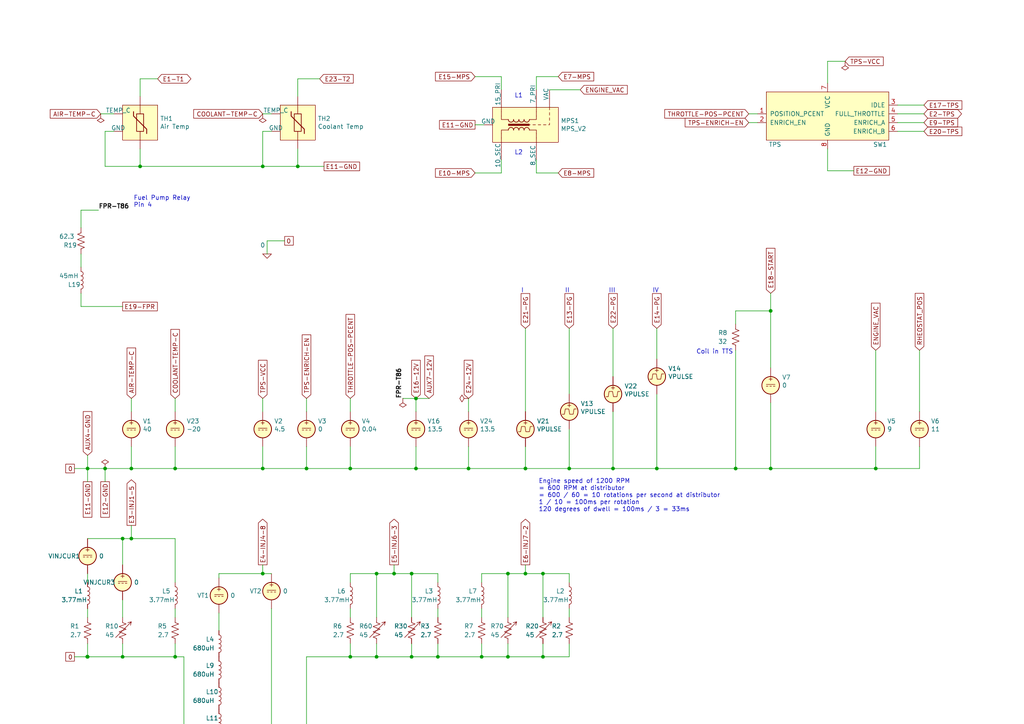
<source format=kicad_sch>
(kicad_sch (version 20211123) (generator eeschema)
  (paper "A4")
  (title_block (title "Bosch D-Jetronic ECU 0 280 002 005") (date "2022-03-13") (rev "1.09") (company "Mercedes-Benz") (comment 1 "M117.982 Engine") (comment 2 "Bosch Order # 0 280 002 005") (comment 3 "Mercedes-Benz Part # A 000 545 26 32") (comment 4 "Simulation with ngspice"))
  (lib_symbols
    (symbol "Bosch-ECU-0-280-002-005-rescue:D-JetThermistor-BritishIdeas" (pin_numbers hide) (pin_names (offset 0))
      (property "Reference" "TH" (at 6.35 0 0))
      (property "Value" "Bosch-ECU-0-280-002-005-rescue_D-JetThermistor-BritishIdeas" (at 0 -13.97 0))
      (symbol "D-JetThermistor-BritishIdeas_0_1"
        (rectangle (start -5.08 5.08) (end 5.08 -5.08) (fill (type background)))
        (rectangle (start -1.016 2.54) (end 1.016 -2.54) (stroke (width 0.2032)))
        (polyline (pts (xy 0 -2.54) (xy 0 -5.08)))
        (polyline (pts (xy 0 5.08) (xy 0 2.54)))
        (polyline (pts (xy -1.905 3.175) (xy -1.905 1.905) (xy 1.905 -1.905) (xy 1.905 -3.175) (xy 1.905 -3.175)) (stroke (width 0.254)))
      )
      (symbol "D-JetThermistor-BritishIdeas_1_1"
        (pin passive line (at 0 7.62 270) (length 2.54) (name "~") (number "1"))
        (pin passive line (at 0 -7.62 90) (length 2.54) (name "~") (number "2"))
        (pin power_in line (at -7.62 2.54 0) (length 2.54) (name "TEMP_C") (number "3"))
        (pin power_in line (at -7.62 -2.54 0) (length 2.54) (name "GND") (number "4"))
      )
    )
    (symbol "Bosch-ECU-0-280-002-005-rescue:MPS_V2-BritishIdeas" (pin_numbers hide) (pin_names (offset 0))
      (property "Reference" "MPS" (at 3.81 12.7 0))
      (property "Value" "Bosch-ECU-0-280-002-005-rescue_MPS_V2-BritishIdeas" (at -3.81 12.7 0))
      (symbol "MPS_V2-BritishIdeas_0_1"
        (rectangle (start -5.08 11.43) (end 5.08 -7.62) (fill (type background)))
        (arc (start -1.524 -3.048) (mid -0.762 -2.286) (end -1.524 -1.524) (stroke (width 0.2032)))
        (arc (start -1.524 -1.524) (mid -0.762 -0.762) (end -1.524 0) (stroke (width 0.2032)))
        (arc (start -1.524 0) (mid -0.762 0.762) (end -1.524 1.524) (stroke (width 0.2032)))
        (arc (start -1.524 1.524) (mid -0.762 2.286) (end -1.524 3.048) (stroke (width 0.2032)))
        (rectangle (start -0.254 3.048) (end 0.254 -3.048) (stroke (width 0.0254)) (fill (type outline)))
        (polyline (pts (xy -7.62 5.08) (xy -3.81 5.08)))
        (polyline (pts (xy -7.62 8.89) (xy -5.08 8.89)))
        (polyline (pts (xy -5.08 8.89) (xy -4.318 8.89)))
        (polyline (pts (xy -3.81 -5.08) (xy -7.62 -5.08)))
        (polyline (pts (xy -3.81 -5.08) (xy -2.54 -5.08)))
        (polyline (pts (xy -3.81 5.08) (xy -2.54 5.08)))
        (polyline (pts (xy -3.556 8.89) (xy -2.794 8.89)))
        (polyline (pts (xy -2.032 8.89) (xy -1.27 8.89)))
        (polyline (pts (xy 0 3.302) (xy 0 3.048)))
        (polyline (pts (xy 0 4.826) (xy 0 4.064)))
        (polyline (pts (xy 0 6.35) (xy 0 5.588)))
        (polyline (pts (xy 0 7.874) (xy 0 7.112)))
        (polyline (pts (xy 2.54 -5.08) (xy 3.81 -5.08)))
        (polyline (pts (xy 2.54 5.08) (xy 3.81 5.08)))
        (polyline (pts (xy 3.81 5.08) (xy 7.62 5.08)))
        (polyline (pts (xy 7.62 -5.08) (xy 3.81 -5.08)))
        (polyline (pts (xy -0.508 8.89) (xy 0 8.89) (xy 0 8.636)))
        (polyline (pts (xy -2.54 5.08) (xy -1.524 5.08) (xy -1.524 3.048) (xy -1.524 3.048)) (stroke (width 0.1524)))
        (polyline (pts (xy -1.524 -3.048) (xy -1.524 -5.08) (xy -2.54 -5.08) (xy -2.54 -5.08)) (stroke (width 0.1524)))
        (polyline (pts (xy 1.524 3.048) (xy 1.524 5.08) (xy 2.54 5.08) (xy 2.54 5.08)) (stroke (width 0.1524)))
        (polyline (pts (xy 2.54 -5.08) (xy 1.524 -5.08) (xy 1.524 -3.048) (xy 1.524 -3.048)) (stroke (width 0.1524)))
        (arc (start 1.524 -1.524) (mid 0.762 -2.286) (end 1.524 -3.048) (stroke (width 0.2032)))
        (arc (start 1.524 0) (mid 0.762 -0.762) (end 1.524 -1.524) (stroke (width 0.2032)))
        (arc (start 1.524 1.524) (mid 0.762 0.762) (end 1.524 0) (stroke (width 0.2032)))
        (arc (start 1.524 3.048) (mid 0.762 2.286) (end 1.524 1.524) (stroke (width 0.2032)))
      )
      (symbol "MPS_V2-BritishIdeas_1_1"
        (pin passive line (at -10.16 5.08 0) (length 2.54) (name "7_PRI") (number "1"))
        (pin passive line (at -10.16 -5.08 0) (length 2.54) (name "15_PRI") (number "2"))
        (pin passive line (at 10.16 5.08 180) (length 2.54) (name "8_SEC") (number "3"))
        (pin passive line (at 10.16 -5.08 180) (length 2.54) (name "10_SEC") (number "4"))
        (pin input line (at -10.16 8.89 0) (length 2.54) (name "VAC") (number "5"))
        (pin power_in line (at 0 -10.16 90) (length 2.54) (name "GND") (number "6"))
      )
    )
    (symbol "Bosch-ECU-0-280-002-005-rescue:TPS-BritishIdeas" (pin_names (offset 1.016))
      (property "Reference" "SW" (at 2.54 -1.27 0))
      (property "Value" "Bosch-ECU-0-280-002-005-rescue_TPS-BritishIdeas" (at 2.54 15.24 0))
      (symbol "TPS-BritishIdeas_0_1"
        (rectangle (start 35.56 0) (end 0 13.97) (fill (type background)))
      )
      (symbol "TPS-BritishIdeas_1_1"
        (pin input line (at -2.54 7.62 0) (length 2.54) (name "POSITION_PCENT") (number "1"))
        (pin input line (at -2.54 5.08 0) (length 2.54) (name "ENRICH_EN") (number "2"))
        (pin output line (at 38.1 10.16 180) (length 2.54) (name "IDLE") (number "3"))
        (pin output line (at 38.1 7.62 180) (length 2.54) (name "FULL_THROTTLE") (number "4"))
        (pin output line (at 38.1 5.08 180) (length 2.54) (name "ENRICH_A") (number "5"))
        (pin output line (at 38.1 2.54 180) (length 2.54) (name "ENRICH_B") (number "6"))
        (pin power_in line (at 17.78 16.51 270) (length 2.54) (name "VCC") (number "7"))
        (pin power_in line (at 17.78 -2.54 90) (length 2.54) (name "GND") (number "8"))
      )
    )
    (symbol "Device:L" (pin_numbers hide) (pin_names (offset 1.016) hide)
      (property "Reference" "L" (at -1.27 0 90))
      (property "Value" "L" (at 1.905 0 90))
      (symbol "L_0_1"
        (arc (start 0 -2.54) (mid 0.635 -1.905) (end 0 -1.27))
        (arc (start 0 -1.27) (mid 0.635 -0.635) (end 0 0))
        (arc (start 0 0) (mid 0.635 0.635) (end 0 1.27))
        (arc (start 0 1.27) (mid 0.635 1.905) (end 0 2.54))
      )
      (symbol "L_1_1"
        (pin passive line (at 0 3.81 270) (length 1.27) (name "1") (number "1"))
        (pin passive line (at 0 -3.81 90) (length 1.27) (name "2") (number "2"))
      )
    )
    (symbol "Device:R_US" (pin_numbers hide) (pin_names (offset 0))
      (property "Reference" "R" (at 2.54 0 90))
      (property "Value" "R_US" (at -2.54 0 90))
      (symbol "R_US_0_1"
        (polyline (pts (xy 0 -2.286) (xy 0 -2.54)))
        (polyline (pts (xy 0 2.286) (xy 0 2.54)))
        (polyline (pts (xy 0 -0.762) (xy 1.016 -1.143) (xy 0 -1.524) (xy -1.016 -1.905) (xy 0 -2.286)))
        (polyline (pts (xy 0 0.762) (xy 1.016 0.381) (xy 0 0) (xy -1.016 -0.381) (xy 0 -0.762)))
        (polyline (pts (xy 0 2.286) (xy 1.016 1.905) (xy 0 1.524) (xy -1.016 1.143) (xy 0 0.762)))
      )
      (symbol "R_US_1_1"
        (pin passive line (at 0 3.81 270) (length 1.27) (name "~") (number "1"))
        (pin passive line (at 0 -3.81 90) (length 1.27) (name "~") (number "2"))
      )
    )
    (symbol "Device:R_Variable_US" (pin_numbers hide) (pin_names (offset 0))
      (property "Reference" "R" (at 2.54 -2.54 90))
      (property "Value" "R_Variable_US" (at -2.54 -1.27 90))
      (symbol "R_Variable_US_0_1"
        (polyline (pts (xy 0 -2.286) (xy 0 -2.54)))
        (polyline (pts (xy 0 2.286) (xy 0 2.54)))
        (polyline (pts (xy 0 -0.762) (xy 1.016 -1.143) (xy 0 -1.524) (xy -1.016 -1.905) (xy 0 -2.286)))
        (polyline (pts (xy 0 0.762) (xy 1.016 0.381) (xy 0 0) (xy -1.016 -0.381) (xy 0 -0.762)))
        (polyline (pts (xy 0 2.286) (xy 1.016 1.905) (xy 0 1.524) (xy -1.016 1.143) (xy 0 0.762)) (stroke (width 0.1524)))
        (polyline (pts (xy 2.286 1.524) (xy 2.54 2.54) (xy 1.524 2.286) (xy 2.54 2.54) (xy -2.032 -2.032)) (stroke (width 0.1524)))
      )
      (symbol "R_Variable_US_1_1"
        (pin passive line (at 0 3.81 270) (length 1.27) (name "~") (number "1"))
        (pin passive line (at 0 -3.81 90) (length 1.27) (name "~") (number "2"))
      )
    )
    (symbol "Simulation_SPICE:VDC" (pin_numbers hide) (pin_names (offset 0.0254))
      (property "Reference" "V" (at 2.54 2.54 0))
      (property "Value" "VDC" (at 2.54 0 0))
      (property "Spice_Model" "dc(1)" (at 2.54 -2.54 0))
      (symbol "VDC_0_0"
        (polyline (pts (xy -1.27 0.254) (xy 1.27 0.254)))
        (polyline (pts (xy -0.762 -0.254) (xy -1.27 -0.254)))
        (polyline (pts (xy 0.254 -0.254) (xy -0.254 -0.254)))
        (polyline (pts (xy 1.27 -0.254) (xy 0.762 -0.254)))
        (text "+" (at 0 1.905 0) (effects (font (size 1.27 1.27))))
      )
      (symbol "VDC_0_1"
        (circle (center 0 0) (radius 2.54) (stroke (width 0.254)) (fill (type background)))
      )
      (symbol "VDC_1_1"
        (pin passive line (at 0 5.08 270) (length 2.54) (name "~") (number "1"))
        (pin passive line (at 0 -5.08 90) (length 2.54) (name "~") (number "2"))
      )
    )
    (symbol "Simulation_SPICE:VPULSE" (pin_numbers hide) (pin_names (offset 0.0254))
      (property "Reference" "V" (at 2.54 2.54 0))
      (property "Value" "VPULSE" (at 2.54 0 0))
      (property "Spice_Model" "pulse(0 1 2n 2n 2n 50n 100n)" (at 2.54 -2.54 0))
      (symbol "VPULSE_0_0"
        (polyline (pts (xy -2.032 -0.762) (xy -1.397 -0.762) (xy -1.143 0.762) (xy -0.127 0.762) (xy 0.127 -0.762) (xy 1.143 -0.762) (xy 1.397 0.762) (xy 2.032 0.762)))
        (text "+" (at 0 1.905 0) (effects (font (size 1.27 1.27))))
      )
      (symbol "VPULSE_0_1"
        (circle (center 0 0) (radius 2.54) (stroke (width 0.254)) (fill (type background)))
      )
      (symbol "VPULSE_1_1"
        (pin passive line (at 0 5.08 270) (length 2.54) (name "~") (number "1"))
        (pin passive line (at 0 -5.08 90) (length 2.54) (name "~") (number "2"))
      )
    )
    (symbol "power:PWR_FLAG" (power) (pin_numbers hide) (pin_names (offset 0) hide)
      (property "Value" "PWR_FLAG" (at 0 3.81 0))
      (symbol "PWR_FLAG_0_0"
        (pin power_out line (at 0 0 90) (length 0) (name "pwr") (number "1"))
      )
      (symbol "PWR_FLAG_0_1"
        (polyline (pts (xy 0 0) (xy 0 1.27) (xy -1.016 1.905) (xy 0 2.54) (xy 1.016 1.905) (xy 0 1.27)))
      )
    )
    (symbol "pspice:0" (power) (pin_names (offset 0))
      (property "Value" "0" (at 0 -1.778 0))
      (symbol "0_0_1"
        (polyline (pts (xy -1.27 0) (xy 0 -1.27) (xy 1.27 0) (xy -1.27 0)))
      )
      (symbol "0_1_1"
        (pin power_in line (at 0 0 0) (length 0) hide (name "0") (number "1"))
      )
    )
  )
  (junction (at 35.56 156.21))
  (junction (at 101.6 190.5))
  (junction (at 63.5 226.06))
  (junction (at 38.1 135.89))
  (junction (at 127 190.5))
  (junction (at 109.22 166.37))
  (junction (at 76.2 166.37))
  (junction (at 25.3492 190.5))
  (junction (at 25.4 135.89))
  (junction (at 223.52 135.89))
  (junction (at 76.2 135.89))
  (junction (at 25.4 190.5))
  (junction (at 157.48 166.37))
  (junction (at 120.65 135.89))
  (junction (at 25.3492 190.4492))
  (junction (at 152.4 135.89))
  (junction (at 119.38 166.37))
  (junction (at 114.3 166.37))
  (junction (at 50.8 190.5))
  (junction (at 76.2 48.26))
  (junction (at 50.8 135.89))
  (junction (at 38.1 156.21))
  (junction (at 88.9 135.89))
  (junction (at 30.48 135.89))
  (junction (at 157.48 190.5))
  (junction (at 177.8 135.89))
  (junction (at 139.7 190.5))
  (junction (at 213.36 135.89))
  (junction (at 223.52 90.17))
  (junction (at 190.5 135.89))
  (junction (at 135.89 135.89))
  (junction (at 78.74 226.06))
  (junction (at 101.6 135.89))
  (junction (at 152.4 166.37))
  (junction (at 165.1 135.89))
  (junction (at 254 135.89))
  (junction (at 109.22 190.5))
  (junction (at 35.56 190.5))
  (junction (at 120.65 115.57))
  (junction (at 40.64 48.26))
  (junction (at 147.32 190.5))
  (junction (at 86.36 48.26))
  (junction (at 119.38 190.5))
  (junction (at 147.32 166.37))
  (wire (pts (xy 152.4 95.25) (xy 152.4 119.38)))
  (wire (pts (xy 213.36 135.89) (xy 190.5 135.89)))
  (wire (pts (xy 119.38 186.69) (xy 119.38 190.5)))
  (wire (pts (xy 38.1 135.89) (xy 30.48 135.89)))
  (wire (pts (xy 30.48 48.26) (xy 40.64 48.26)))
  (wire (pts (xy 86.36 22.86) (xy 86.36 27.94)))
  (wire (pts (xy 30.48 139.7) (xy 30.48 135.89)))
  (wire (pts (xy 152.4 129.54) (xy 152.4 135.89)))
  (wire (pts (xy 88.9 129.54) (xy 88.9 135.89)))
  (wire (pts (xy 152.4 135.89) (xy 165.1 135.89)))
  (wire (pts (xy 267.97 30.48) (xy 260.35 30.48)))
  (wire (pts (xy 76.2 115.57) (xy 76.2 119.38)))
  (wire (pts (xy 25.3492 190.5) (xy 25.4 190.5)))
  (wire (pts (xy 245.11 17.78) (xy 240.03 17.78)))
  (wire (pts (xy 101.6 190.5) (xy 88.9 190.5)))
  (wire (pts (xy 165.1 166.37) (xy 157.48 166.37)))
  (wire (pts (xy 40.64 22.86) (xy 45.72 22.86)))
  (wire (pts (xy 23.495 66.04) (xy 23.495 60.96)))
  (wire (pts (xy 50.8 135.89) (xy 38.1 135.89)))
  (wire (pts (xy 247.65 49.53) (xy 240.03 49.53)))
  (wire (pts (xy 101.6 190.5) (xy 109.22 190.5)))
  (wire (pts (xy 127 166.37) (xy 127 168.91)))
  (wire (pts (xy 165.1 168.91) (xy 165.1 166.37)))
  (wire (pts (xy 213.36 101.6) (xy 213.36 135.89)))
  (wire (pts (xy 109.22 190.5) (xy 119.38 190.5)))
  (wire (pts (xy 120.65 115.57) (xy 120.65 119.38)))
  (wire (pts (xy 63.5 226.06) (xy 63.5 220.98)))
  (wire (pts (xy 38.1 152.4) (xy 38.1 156.21)))
  (wire (pts (xy 139.7 166.37) (xy 147.32 166.37)))
  (wire (pts (xy 25.4 190.5) (xy 35.56 190.5)))
  (wire (pts (xy 23.495 88.9) (xy 23.495 85.09)))
  (wire (pts (xy 40.64 48.26) (xy 76.2 48.26)))
  (wire (pts (xy 35.56 186.69) (xy 35.56 190.5)))
  (wire (pts (xy 155.575 50.165) (xy 161.925 50.165)))
  (wire (pts (xy 168.275 26.035) (xy 159.385 26.035)))
  (wire (pts (xy 109.22 166.37) (xy 109.22 179.07)))
  (wire (pts (xy 119.38 190.5) (xy 127 190.5)))
  (wire (pts (xy 165.1 95.25) (xy 165.1 114.3)))
  (wire (pts (xy 53.34 190.5) (xy 53.34 226.06)))
  (wire (pts (xy 119.38 179.07) (xy 119.38 166.37)))
  (wire (pts (xy 50.8 156.21) (xy 50.8 168.91)))
  (wire (pts (xy 190.5 114.3) (xy 190.5 135.89)))
  (wire (pts (xy 63.5 166.37) (xy 63.5 167.64)))
  (wire (pts (xy 213.36 90.17) (xy 223.52 90.17)))
  (wire (pts (xy 76.2 33.02) (xy 78.74 33.02)))
  (wire (pts (xy 177.8 95.25) (xy 177.8 109.22)))
  (wire (pts (xy 50.8 129.54) (xy 50.8 135.89)))
  (wire (pts (xy 127 186.69) (xy 127 190.5)))
  (wire (pts (xy 165.1 179.07) (xy 165.1 176.53)))
  (wire (pts (xy 139.7 186.69) (xy 139.7 190.5)))
  (wire (pts (xy 145.415 26.035) (xy 145.415 22.225)))
  (wire (pts (xy 35.56 190.5) (xy 50.8 190.5)))
  (wire (pts (xy 88.9 115.57) (xy 88.9 119.38)))
  (wire (pts (xy 101.6 115.57) (xy 101.6 119.38)))
  (wire (pts (xy 101.6 186.69) (xy 101.6 190.5)))
  (wire (pts (xy 157.48 186.69) (xy 157.48 190.5)))
  (wire (pts (xy 38.1 115.57) (xy 38.1 119.38)))
  (wire (pts (xy 50.8 179.07) (xy 50.8 176.53)))
  (wire (pts (xy 120.65 115.57) (xy 124.46 115.57)))
  (wire (pts (xy 76.2 135.89) (xy 50.8 135.89)))
  (wire (pts (xy 223.52 116.84) (xy 223.52 135.89)))
  (wire (pts (xy 40.64 48.26) (xy 40.64 43.18)))
  (wire (pts (xy 135.89 129.54) (xy 135.89 135.89)))
  (wire (pts (xy 260.35 35.56) (xy 267.97 35.56)))
  (wire (pts (xy 88.9 190.5) (xy 88.9 226.06)))
  (wire (pts (xy 165.1 190.5) (xy 165.1 186.69)))
  (wire (pts (xy 21.59 135.89) (xy 25.4 135.89)))
  (wire (pts (xy 50.8 115.57) (xy 50.8 119.38)))
  (wire (pts (xy 63.5 166.37) (xy 76.2 166.37)))
  (wire (pts (xy 101.6 179.07) (xy 101.6 176.53)))
  (wire (pts (xy 157.48 166.37) (xy 152.4 166.37)))
  (wire (pts (xy 240.03 17.78) (xy 240.03 24.13)))
  (wire (pts (xy 152.4 163.83) (xy 152.4 166.37)))
  (wire (pts (xy 139.7 190.5) (xy 147.32 190.5)))
  (wire (pts (xy 139.7 176.53) (xy 139.7 179.07)))
  (wire (pts (xy 38.1 156.21) (xy 50.8 156.21)))
  (wire (pts (xy 33.02 38.1) (xy 30.48 38.1)))
  (wire (pts (xy 23.495 88.9) (xy 35.56 88.9)))
  (wire (pts (xy 78.74 38.1) (xy 76.2 38.1)))
  (wire (pts (xy 254 135.89) (xy 223.52 135.89)))
  (wire (pts (xy 101.6 166.37) (xy 109.22 166.37)))
  (wire (pts (xy 76.2 166.37) (xy 78.74 166.37)))
  (wire (pts (xy 109.22 186.69) (xy 109.22 190.5)))
  (wire (pts (xy 137.795 50.165) (xy 145.415 50.165)))
  (wire (pts (xy 63.5 226.06) (xy 78.74 226.06)))
  (wire (pts (xy 157.48 179.07) (xy 157.48 166.37)))
  (wire (pts (xy 35.56 156.21) (xy 38.1 156.21)))
  (wire (pts (xy 240.03 49.53) (xy 240.03 43.18)))
  (wire (pts (xy 50.8 186.69) (xy 50.8 190.5)))
  (wire (pts (xy 30.48 135.89) (xy 25.4 135.89)))
  (wire (pts (xy 177.8 119.38) (xy 177.8 135.89)))
  (wire (pts (xy 223.52 90.17) (xy 223.52 106.68)))
  (wire (pts (xy 86.36 43.18) (xy 86.36 48.26)))
  (wire (pts (xy 190.5 95.25) (xy 190.5 104.14)))
  (wire (pts (xy 217.17 35.56) (xy 219.71 35.56)))
  (wire (pts (xy 29.21 33.02) (xy 33.02 33.02)))
  (wire (pts (xy 137.795 22.225) (xy 145.415 22.225)))
  (wire (pts (xy 21.59 190.5) (xy 25.3492 190.5)))
  (wire (pts (xy 145.415 46.355) (xy 145.415 50.165)))
  (wire (pts (xy 25.4 168.91) (xy 25.4 166.37)))
  (wire (pts (xy 25.4 186.69) (xy 25.4 190.5)))
  (wire (pts (xy 213.36 93.98) (xy 213.36 90.17)))
  (wire (pts (xy 101.6 135.89) (xy 120.65 135.89)))
  (wire (pts (xy 266.7 101.6) (xy 266.7 119.38)))
  (wire (pts (xy 109.22 166.37) (xy 114.3 166.37)))
  (wire (pts (xy 127 190.5) (xy 139.7 190.5)))
  (wire (pts (xy 127 179.07) (xy 127 176.53)))
  (wire (pts (xy 119.38 166.37) (xy 127 166.37)))
  (wire (pts (xy 23.495 60.96) (xy 28.575 60.96)))
  (wire (pts (xy 266.7 129.54) (xy 266.7 135.89)))
  (wire (pts (xy 223.52 85.09) (xy 223.52 90.17)))
  (wire (pts (xy 266.7 135.89) (xy 254 135.89)))
  (wire (pts (xy 35.56 156.21) (xy 35.56 163.83)))
  (wire (pts (xy 155.575 22.225) (xy 161.925 22.225)))
  (wire (pts (xy 77.47 69.85) (xy 82.55 69.85)))
  (wire (pts (xy 114.3 163.83) (xy 114.3 166.37)))
  (wire (pts (xy 25.4 156.21) (xy 35.56 156.21)))
  (wire (pts (xy 35.56 173.99) (xy 35.56 179.07)))
  (wire (pts (xy 101.6 168.91) (xy 101.6 166.37)))
  (wire (pts (xy 147.32 179.07) (xy 147.32 166.37)))
  (wire (pts (xy 50.8 190.5) (xy 53.34 190.5)))
  (wire (pts (xy 92.71 22.86) (xy 86.36 22.86)))
  (wire (pts (xy 147.32 190.5) (xy 157.48 190.5)))
  (wire (pts (xy 76.2 163.83) (xy 76.2 166.37)))
  (wire (pts (xy 38.1 129.54) (xy 38.1 135.89)))
  (wire (pts (xy 254 101.6) (xy 254 119.38)))
  (wire (pts (xy 63.5 177.8) (xy 63.5 182.88)))
  (wire (pts (xy 120.65 129.54) (xy 120.65 135.89)))
  (wire (pts (xy 190.5 135.89) (xy 177.8 135.89)))
  (wire (pts (xy 30.48 38.1) (xy 30.48 48.26)))
  (wire (pts (xy 78.74 176.53) (xy 78.74 213.36)))
  (wire (pts (xy 78.74 220.98) (xy 78.74 226.06)))
  (wire (pts (xy 223.52 135.89) (xy 213.36 135.89)))
  (wire (pts (xy 101.6 135.89) (xy 88.9 135.89)))
  (wire (pts (xy 63.5 226.06) (xy 53.34 226.06)))
  (wire (pts (xy 25.4 132.08) (xy 25.4 135.89)))
  (wire (pts (xy 155.575 46.355) (xy 155.575 50.165)))
  (wire (pts (xy 76.2 48.26) (xy 86.36 48.26)))
  (wire (pts (xy 139.7 166.37) (xy 139.7 168.91)))
  (wire (pts (xy 25.4 139.7) (xy 25.4 135.89)))
  (wire (pts (xy 135.89 115.57) (xy 135.89 119.38)))
  (wire (pts (xy 165.1 135.89) (xy 177.8 135.89)))
  (wire (pts (xy 155.575 22.225) (xy 155.575 26.035)))
  (wire (pts (xy 152.4 135.89) (xy 135.89 135.89)))
  (wire (pts (xy 76.2 38.1) (xy 76.2 48.26)))
  (wire (pts (xy 88.9 226.06) (xy 78.74 226.06)))
  (wire (pts (xy 40.64 27.94) (xy 40.64 22.86)))
  (wire (pts (xy 165.1 124.46) (xy 165.1 135.89)))
  (wire (pts (xy 76.2 129.54) (xy 76.2 135.89)))
  (wire (pts (xy 77.47 73.66) (xy 77.47 69.85)))
  (wire (pts (xy 116.84 115.57) (xy 120.65 115.57)))
  (wire (pts (xy 114.3 166.37) (xy 119.38 166.37)))
  (wire (pts (xy 267.97 38.1) (xy 260.35 38.1)))
  (wire (pts (xy 25.3492 190.5) (xy 25.3492 190.4492)))
  (wire (pts (xy 254 129.54) (xy 254 135.89)))
  (wire (pts (xy 101.6 129.54) (xy 101.6 135.89)))
  (wire (pts (xy 147.32 166.37) (xy 152.4 166.37)))
  (wire (pts (xy 267.97 33.02) (xy 260.35 33.02)))
  (wire (pts (xy 137.795 36.195) (xy 140.335 36.195)))
  (wire (pts (xy 88.9 135.89) (xy 76.2 135.89)))
  (wire (pts (xy 25.4 179.07) (xy 25.4 176.53)))
  (wire (pts (xy 157.48 190.5) (xy 165.1 190.5)))
  (wire (pts (xy 23.495 77.47) (xy 23.495 73.66)))
  (wire (pts (xy 86.36 48.26) (xy 93.98 48.26)))
  (wire (pts (xy 217.17 33.02) (xy 219.71 33.02)))
  (wire (pts (xy 147.32 186.69) (xy 147.32 190.5)))
  (wire (pts (xy 135.89 135.89) (xy 120.65 135.89)))
  (text ".model BSX45 NPN(Is=66.19f Xti=3 Eg=1.11 Vaf=100 Bf=600.9 Ise=93.12f Ne=1.31 Ikf=.1347 Xtb=1.2 Br=889.8 Isc=3.42n Nc=1.74 Ikr=12.98 Rc=.5886 Cjc=60.73p Mjc=.3333 Vjc=.5 Fc=.5 Cje=94.85p Mje=.3333 Vje=.5 Tr=10n Tf=1.353n Itf=2.957 Xtf=145.5 Vtf=10 mfg=Siemens)\n.model BCY58-IX NPN(Is=64.04f Xti=3 Eg=1.11 Vaf=62.37 Bf=473.2 Ise=549.7f Ne=1.721 Ikf=.1237 Nkf=.6057 Xtb=1.5 Br=1 Isc=22.53n Nc=3.624 Ikr=10.72 Rc=1.261 Cjc=11.15p Mjc=.3333 Vjc=.5 Fc=.5 Cje=16.78p Mje=.3333 Vje=.5 Tr=622.7n Tf=423.4p Itf=3.503 Xtf=107 Vtf=10 Ic=200m mfg=Siemens)\n.model BCY58-X NPN(Is=64.04f Xti=3 Eg=1.11 Vaf=35.7 Bf=676 Ise=444.3f Ne=1.771 Ikf=.1013 Nkf=.6259 Xtb=1.5 Br=1 Isc=38.48n Nc=4.097 Ikr=5.942 Rc=1.19 Cjc=11.15p Mjc=.3333\nVjc=.5 Fc=.5 Cje=16.78p Mje=.3333 Vje=.5 Tr=609.8n Tf=423.5p Itf=3.794 Xtf=108.1 Vtf=10 Ic=200m mfg=Siemens)\n.model BCY59-IX NPN(Is=64.04f Xti=3 Eg=1.11 Vaf=62.37 Bf=473.2 Ise=549.7f Ne=1.721 Ikf=.1237 Nkf=.6057 Xtb=1.5 Br=1 Isc=22.53n Nc=3.624 Ikr=10.72 Rc=1.261 Cjc=11.15p Mjc=.3333 Vjc=.5 Fc=.5 Cje=16.78p Mje=.3333 Vje=.5 Tr=622.7n Tf=423.4p Itf=3.503 Xtf=107 Vtf=10 Ic=200m mfg=Siemens)\n.model S2672 NPN(Is=64.04f Xti=3 Eg=1.11 Vaf=35.7 Bf=676 Ise=444.3f Ne=1.771 Ikf=.1013 Nkf=.6259 Xtb=1.5 Br=1 Isc=38.48n Nc=4.097 Ikr=5.942 Rc=1.19 Cjc=11.15p Mjc=.3333\nVjc=.5 Fc=.5 Cje=16.78p Mje=.3333 Vje=.5 Tr=609.8n Tf=423.5p Itf=3.794 Xtf=108.1 Vtf=10 Ic=200m mfg=Texas Instruments)\n.model AUY21 PNP(Bf=75 Is=36u Re=0.04456 Vaf=48 Ise=480n Tf=530n Tr=10u)\n.model S2066 PNP(Is=336.7f Xti=3 Eg=1.11 Vaf=55.46 Bf=154.4 Ise=412.1f Ne=1.429 Ikf=.2994 Nkf=.7028 Xtb=1.5 Br=3.99 Isc=1.03n Nc=1.958 Ikr=9.726 Rc=1.833 Cjc=11p Mjc=.2223 Vjc=.5 Fc=.5 Cje=33p Mje=.3333 Vje=.5 Tr=10n Tf=847.7p Itf=2.198 Xtf=23.26 Vtf=10 Ic=100m mfg=TexasInstruments)\n.model PWR_REG_ZENER D(BV=10.12)\n.model PMP_CNTL_ZENER D(BV=801.9m)\n.model ENG_SPD_ZENER D(BV=12.02)\n.model ZENER_11.4 D(BV=11.4)\n.model ZENER_0.1 D(BV=100m)\n.model 1N904 D\n.model DIODE.5V D\n.model DIODE.6V D\n.model DIODE.67V D\n.model DIODE.7V D\n.model ZENER_5.1 D(BV=5.1)\n.model MNMOS NMOS level=8 version=3.3.0\n.model MPMOS PMOS level=8 version=3.3.0\n\n.tran 8us 200ms 0\n\n.options CHGTOL=1e-25\n\n.control\nrun\nrusage\nset filetype=ascii\nset color0=white\nset xbrushwidth=5\n\nplot \"I(R19)\"\n\n* pulse generator 0.05ms 400ms 100ms\n*plot \"V(E21-PG)\" \"V(E13-PG)\"+4 \"V(E22-PG)\"+8 \"V(E14-PG)\"+12 \"V(INT-7)\"+16\n*plot \"V(E13-PG)\"+25 \"V(BASE_PULSE)\"\n* plot \"V(E3-INJ1-5)\"\n\n* flip-flip and NOR output 0.05ms 400ms 100ms\n*plot \"V(INT-7)\"+0 \"V(E13-PG)\"+2 \"V(E22-PG)\"+6 \"V(E14-PG)\"+10 \"V(E21-PG)\"+14\n\n* toggle generation 0.05ms 400ms 100ms\n*plot \"V(AUX11-TGL)\"+0 \"V(AUX12-TGL)\"+13 \"V(INT-7)\"+26\n\n* edge generation 0.05ms 400ms 100ms\n*plot \"V(EDGES)\"+0 \"V(AUX11-TGL)\"+6 \"V(AUX12-TGL)\"+20\n\n* edge generation close up 0.05ms 92ms 89ms\n*plot \"V(EDGES)\"+0 \"V(AUX11-TGL)\"+6 \"V(AUX12-TGL)\"+20\n\n* base pulse generation 0.05ms 92ms 89ms\n*write \"C:\\Users\\andy\\OneDrive\\Documents\\MPS Tune-o-Matic\\trunk\\Simulation\\Pressure Loop\\PressureLoop.out\" \"V(BASE_PULSE)\" \"V(INT-7)\"\n*plot \"V(EDGES)\"+0 \"V(E15-MPS)\"+0 \"V(E10-MPS)\"+0 \"V(BASE_PULSE)\"+12 \"V(E8-MPS)\"+35\n*plot \"V(EDGES)\"+0 \"V(E15-MPS)\"+0 \"V(E10-MPS)\"+0 \"V(BASE_PULSE)\"+0 \"V(E8-MPS)\"+0\n\n*meas tran high trig v(E13-PG) val=1.5 rise=1 targ v(E13-PG) val=1.5 fall=1\n*meas tran low trig v(E13-PG) val=1.5 fall=1 targ v(E13-PG) val=1.5 rise=2\n*meas tran pulsewidth trig v(BASE_PULSE) val=5 fall=1 targ v(BASE_PULSE) val=5 rise=1\nmeas tran avev rms V(E3-INJ1-5)\nmeas tran avei rms I(VINJCUR1)\nmeas tran avei rms I(VINJCUR2)\nmeas tran avei rms I(VINJCUR3)\n\nmeas tran ivt1rms rms I(VT1)\nmeas tran ivt2rms rms I(VT2)\nmeas tran vvt2rms rms V(E4-INJ4-8)\n\n.four 50 I(VINJCUR1)\n\n*let period = low+high\n*let dutycycle = low/period\n*let circle = 360\n*let dwellsci = circle * dutycycle\n*echo dwell = $&dwellsci\n\n*let pulsewidthms = pulsewidth * 1000\n*echo pulsewidth2 = $&pulsewidthms\n\n.endc\n" (at 302.26 151.13 0) (effects (font (size 1.27 1.27)) (justify left bottom)))
  (text "III" (at 176.53 85.09 0) (effects (font (size 1.27 1.27)) (justify left bottom)))
  (text "I" (at 151.13 85.09 0) (effects (font (size 1.27 1.27)) (justify left bottom)))
  (text "Fuel Pump Relay\nPin 4" (at 38.735 60.325 0) (effects (font (size 1.27 1.27)) (justify left bottom)))
  (text "IV" (at 189.23 85.09 0) (effects (font (size 1.27 1.27)) (justify left bottom)))
  (text "II" (at 163.83 85.09 0) (effects (font (size 1.27 1.27)) (justify left bottom)))
  (text "L1" (at 149.225 28.575 0) (effects (font (size 1.27 1.27)) (justify left bottom)))
  (text "Coil in TTS" (at 201.93 102.87 0) (effects (font (size 1.27 1.27)) (justify left bottom)))
  (text "Engine speed of 1200 RPM\n= 600 RPM at distributor\n= 600 / 60 = 10 rotations per second at distributor\n1 / 10 = 100ms per rotation\n120 degrees of dwell = 100ms / 3 = 33ms" (at 156.21 148.59 0) (effects (font (size 1.27 1.27)) (justify left bottom)))
  (text "L2" (at 149.225 45.085 0) (effects (font (size 1.27 1.27)) (justify left bottom)))
  (label "FPR-T86" (at 28.575 60.96 0) (effects (font (thickness 0.254) bold)))
  (label "FPR-T86" (at 116.84 115.57 90) (effects (font (thickness 0.254) bold)))
  (global_label "E4-INJ4-8" (shape output) (at 76.2 163.83 90) (property "Intersheet References" "${INTERSHEET_REFS}" (effects hide)))
  (global_label "E15-MPS" (shape input) (at 137.795 22.225 180) (property "Intersheet References" "${INTERSHEET_REFS}" (effects hide)))
  (global_label "E9-TPS" (shape input) (at 267.97 35.56 0) (property "Intersheet References" "${INTERSHEET_REFS}" (effects hide)))
  (global_label "E20-TPS" (shape input) (at 267.97 38.1 0) (property "Intersheet References" "${INTERSHEET_REFS}" (effects hide)))
  (global_label "0" (shape passive) (at 21.59 190.5 180) (property "Intersheet References" "${INTERSHEET_REFS}" (effects hide)))
  (global_label "0" (shape passive) (at 21.59 135.89 180) (property "Intersheet References" "${INTERSHEET_REFS}" (effects hide)))
  (global_label "THROTTLE-POS-PCENT" (shape input) (at 101.6 115.57 90) (property "Intersheet References" "${INTERSHEET_REFS}" (effects hide)))
  (global_label "E5-INJ6-3" (shape output) (at 114.3 163.83 90) (property "Intersheet References" "${INTERSHEET_REFS}" (effects hide)))
  (global_label "E13-PG" (shape input) (at 165.1 95.25 90) (property "Intersheet References" "${INTERSHEET_REFS}" (effects hide)))
  (global_label "THROTTLE-POS-PCENT" (shape input) (at 217.17 33.02 180) (property "Intersheet References" "${INTERSHEET_REFS}" (effects hide)))
  (global_label "E21-PG" (shape input) (at 152.4 95.25 90) (property "Intersheet References" "${INTERSHEET_REFS}" (effects hide)))
  (global_label "AUX4-GND" (shape input) (at 25.4 132.08 90) (property "Intersheet References" "${INTERSHEET_REFS}" (effects hide)))
  (global_label "AUX7-12V" (shape input) (at 124.46 115.57 90) (property "Intersheet References" "${INTERSHEET_REFS}" (effects hide)))
  (global_label "COOLANT-TEMP-C" (shape input) (at 76.2 33.02 180) (property "Intersheet References" "${INTERSHEET_REFS}" (effects hide)))
  (global_label "E6-INJ7-2" (shape output) (at 152.4 163.83 90) (property "Intersheet References" "${INTERSHEET_REFS}" (effects hide)))
  (global_label "E18-START" (shape input) (at 223.52 85.09 90) (property "Intersheet References" "${INTERSHEET_REFS}" (effects hide)))
  (global_label "E3-INJ1-5" (shape output) (at 38.1 152.4 90) (property "Intersheet References" "${INTERSHEET_REFS}" (effects hide)))
  (global_label "AIR-TEMP-C" (shape input) (at 38.1 115.57 90) (property "Intersheet References" "${INTERSHEET_REFS}" (effects hide)))
  (global_label "E17-TPS" (shape input) (at 267.97 30.48 0) (property "Intersheet References" "${INTERSHEET_REFS}" (effects hide)))
  (global_label "E7-MPS" (shape input) (at 161.925 22.225 0) (property "Intersheet References" "${INTERSHEET_REFS}" (effects hide)))
  (global_label "E10-MPS" (shape input) (at 137.795 50.165 180) (property "Intersheet References" "${INTERSHEET_REFS}" (effects hide)))
  (global_label "0" (shape passive) (at 82.55 69.85 0) (property "Intersheet References" "${INTERSHEET_REFS}" (effects hide)))
  (global_label "RHEOSTAT_POS" (shape input) (at 266.7 101.6 90) (property "Intersheet References" "${INTERSHEET_REFS}" (effects hide)))
  (global_label "TPS-ENRICH-EN" (shape input) (at 88.9 115.57 90) (property "Intersheet References" "${INTERSHEET_REFS}" (effects hide)))
  (global_label "E24-12V" (shape input) (at 135.89 115.57 90) (property "Intersheet References" "${INTERSHEET_REFS}" (effects hide)))
  (global_label "AIR-TEMP-C" (shape input) (at 29.21 33.02 180) (property "Intersheet References" "${INTERSHEET_REFS}" (effects hide)))
  (global_label "TPS-VCC" (shape input) (at 245.11 17.78 0) (property "Intersheet References" "${INTERSHEET_REFS}" (effects hide)))
  (global_label "E11-GND" (shape passive) (at 25.4 139.7 270) (property "Intersheet References" "${INTERSHEET_REFS}" (effects hide)))
  (global_label "E11-GND" (shape passive) (at 137.795 36.195 180) (property "Intersheet References" "${INTERSHEET_REFS}" (effects hide)))
  (global_label "ENGINE_VAC" (shape input) (at 168.275 26.035 0) (property "Intersheet References" "${INTERSHEET_REFS}" (effects hide)))
  (global_label "E12-GND" (shape passive) (at 30.48 139.7 270) (property "Intersheet References" "${INTERSHEET_REFS}" (effects hide)))
  (global_label "TPS-VCC" (shape input) (at 76.2 115.57 90) (property "Intersheet References" "${INTERSHEET_REFS}" (effects hide)))
  (global_label "E11-GND" (shape passive) (at 93.98 48.26 0) (property "Intersheet References" "${INTERSHEET_REFS}" (effects hide)))
  (global_label "TPS-ENRICH-EN" (shape input) (at 217.17 35.56 180) (property "Intersheet References" "${INTERSHEET_REFS}" (effects hide)))
  (global_label "COOLANT-TEMP-C" (shape input) (at 50.8 115.57 90) (property "Intersheet References" "${INTERSHEET_REFS}" (effects hide)))
  (global_label "E2-TPS" (shape bidirectional) (at 267.97 33.02 0) (property "Intersheet References" "${INTERSHEET_REFS}" (effects hide)))
  (global_label "E19-FPR" (shape passive) (at 35.56 88.9 0) (property "Intersheet References" "${INTERSHEET_REFS}" (effects hide)))
  (global_label "E16-12V" (shape input) (at 120.65 115.57 90) (property "Intersheet References" "${INTERSHEET_REFS}" (effects hide)))
  (global_label "E12-GND" (shape passive) (at 247.65 49.53 0) (property "Intersheet References" "${INTERSHEET_REFS}" (effects hide)))
  (global_label "E8-MPS" (shape input) (at 161.925 50.165 0) (property "Intersheet References" "${INTERSHEET_REFS}" (effects hide)))
  (global_label "E1-T1" (shape bidirectional) (at 45.72 22.86 0) (property "Intersheet References" "${INTERSHEET_REFS}" (effects hide)))
  (global_label "E23-T2" (shape input) (at 92.71 22.86 0) (property "Intersheet References" "${INTERSHEET_REFS}" (effects hide)))
  (global_label "E14-PG" (shape input) (at 190.5 95.25 90) (property "Intersheet References" "${INTERSHEET_REFS}" (effects hide)))
  (global_label "E22-PG" (shape input) (at 177.8 95.25 90) (property "Intersheet References" "${INTERSHEET_REFS}" (effects hide)))
  (global_label "ENGINE_VAC" (shape input) (at 254 101.6 90) (property "Intersheet References" "${INTERSHEET_REFS}" (effects hide)))
  (symbol (lib_id "Bosch-ECU-0-280-002-005-rescue:MPS_V2-BritishIdeas") (at 150.495 36.195 270) (unit 1)
    (property "Reference" "MPS1" (at 162.6362 35.0266 90) (effects (justify left)))
    (property "Value" "MPS_V2" (at 162.6362 37.338 90) (effects (justify left)))
    (property "Spice_Primitive" "X" (effects hide))
    (property "Spice_Model" "mps" (effects hide))
    (property "Spice_Netlist_Enabled" "Y" (effects hide))
    (property "Spice_Lib_File" "MPS V2.lib" (effects hide))
  )
  (symbol (lib_id "Simulation_SPICE:VDC") (at 254 124.46 0) (unit 1)
    (property "Reference" "V5" (at 257.302 122.1486 0) (effects (justify left)))
    (property "Value" "9" (at 257.302 124.46 0) (effects (justify left)))
    (property "Spice_Netlist_Enabled" "Y" (effects hide))
    (property "Spice_Primitive" "V" (effects hide))
    (property "Spice_Model" "dc 9" (at 257.302 126.7714 0) (effects (justify left)))
  )
  (symbol (lib_id "Simulation_SPICE:VDC") (at 266.7 124.46 0) (unit 1)
    (property "Reference" "V6" (at 270.002 122.1486 0) (effects (justify left)))
    (property "Value" "11" (at 270.002 124.46 0) (effects (justify left)))
    (property "Spice_Netlist_Enabled" "Y" (effects hide))
    (property "Spice_Primitive" "V" (effects hide))
    (property "Spice_Model" "dc(11)" (at 270.002 126.7714 0) (effects (justify left)))
  )
  (symbol (lib_id "Bosch-ECU-0-280-002-005-rescue:TPS-BritishIdeas") (at 222.25 40.64 0) (unit 1)
    (property "Reference" "SW1" (at 255.27 41.91 0))
    (property "Value" "TPS" (at 224.79 41.91 0))
    (property "Spice_Primitive" "X" (effects hide))
    (property "Spice_Model" "tps" (effects hide))
    (property "Spice_Netlist_Enabled" "Y" (effects hide))
    (property "Spice_Lib_File" "TPSV2.lib" (effects hide))
  )
  (symbol (lib_id "Bosch-ECU-0-280-002-005-rescue:D-JetThermistor-BritishIdeas") (at 86.36 35.56 0) (unit 1)
    (property "Reference" "TH2" (at 92.1512 34.3916 0) (effects (justify left)))
    (property "Value" "Coolant Temp" (at 92.1512 36.703 0) (effects (justify left)))
    (property "Spice_Primitive" "X" (effects hide))
    (property "Spice_Model" "coolanttemp" (effects hide))
    (property "Spice_Netlist_Enabled" "Y" (effects hide))
    (property "Spice_Lib_File" "CoolantTemp.lib" (effects hide))
  )
  (symbol (lib_id "Bosch-ECU-0-280-002-005-rescue:D-JetThermistor-BritishIdeas") (at 40.64 35.56 0) (unit 1)
    (property "Reference" "TH1" (at 46.4312 34.3916 0) (effects (justify left)))
    (property "Value" "Air Temp" (at 46.4312 36.703 0) (effects (justify left)))
    (property "Spice_Primitive" "X" (effects hide))
    (property "Spice_Model" "airtemp" (effects hide))
    (property "Spice_Netlist_Enabled" "Y" (effects hide))
    (property "Spice_Lib_File" "AirTemp.lib" (effects hide))
  )
  (symbol (lib_id "Simulation_SPICE:VDC") (at 76.2 124.46 0) (unit 1)
    (property "Reference" "V2" (at 79.502 122.1486 0) (effects (justify left)))
    (property "Value" "4.5" (at 79.502 124.46 0) (effects (justify left)))
    (property "Spice_Netlist_Enabled" "Y" (effects hide))
    (property "Spice_Primitive" "V" (effects hide))
    (property "Spice_Model" "dc 4.5" (at 79.502 126.7714 0) (effects (justify left)))
  )
  (symbol (lib_id "Simulation_SPICE:VDC") (at 38.1 124.46 0) (unit 1)
    (property "Reference" "V1" (at 41.402 122.1486 0) (effects (justify left)))
    (property "Value" "40" (at 41.402 124.46 0) (effects (justify left)))
    (property "Spice_Netlist_Enabled" "Y" (effects hide))
    (property "Spice_Primitive" "V" (effects hide))
    (property "Spice_Model" "dc 40" (at 41.402 126.7714 0) (effects (justify left)))
  )
  (symbol (lib_id "Simulation_SPICE:VDC") (at 50.8 124.46 0) (unit 1)
    (property "Reference" "V23" (at 54.102 122.1486 0) (effects (justify left)))
    (property "Value" "-20" (at 54.102 124.46 0) (effects (justify left)))
    (property "Spice_Netlist_Enabled" "Y" (effects hide))
    (property "Spice_Primitive" "V" (effects hide))
    (property "Spice_Model" "dc -20" (at 54.102 126.7714 0) (effects (justify left)))
  )
  (symbol (lib_id "Simulation_SPICE:VDC") (at 88.9 124.46 0) (unit 1)
    (property "Reference" "V3" (at 92.202 122.1486 0) (effects (justify left)))
    (property "Value" "0" (at 92.202 124.46 0) (effects (justify left)))
    (property "Spice_Netlist_Enabled" "Y" (effects hide))
    (property "Spice_Primitive" "V" (effects hide))
    (property "Spice_Model" "dc(0)" (at 92.202 126.7714 0) (effects (justify left)))
  )
  (symbol (lib_id "Device:R_US") (at 25.4 182.88 0) (unit 1)
    (property "Reference" "R1" (at 20.32 181.61 0) (effects (justify left)))
    (property "Value" "2.7" (at 20.32 184.15 0) (effects (justify left)))
  )
  (symbol (lib_id "Device:L") (at 165.1 172.72 0) (unit 1)
    (property "Reference" "L2" (at 161.29 171.45 0) (effects (justify left)))
    (property "Value" "3.77mH" (at 157.48 173.99 0) (effects (justify left)))
  )
  (symbol (lib_id "Device:R_US") (at 127 182.88 0) (unit 1)
    (property "Reference" "R3" (at 121.92 181.61 0) (effects (justify left)))
    (property "Value" "2.7" (at 121.92 184.15 0) (effects (justify left)))
  )
  (symbol (lib_id "Device:L") (at 127 172.72 0) (unit 1)
    (property "Reference" "L3" (at 123.19 171.45 0) (effects (justify left)))
    (property "Value" "3.77mH" (at 119.38 173.99 0) (effects (justify left)))
  )
  (symbol (lib_id "Device:L") (at 63.5 186.69 0) (unit 1)
    (property "Reference" "L4" (at 59.69 185.42 0) (effects (justify left)))
    (property "Value" "680uH" (at 55.88 187.96 0) (effects (justify left)))
  )
  (symbol (lib_id "Device:R_US") (at 50.8 182.88 0) (unit 1)
    (property "Reference" "R5" (at 45.72 181.61 0) (effects (justify left)))
    (property "Value" "2.7" (at 45.72 184.15 0) (effects (justify left)))
  )
  (symbol (lib_id "Device:R_US") (at 101.6 182.88 0) (unit 1)
    (property "Reference" "R6" (at 96.52 181.61 0) (effects (justify left)))
    (property "Value" "2.7" (at 96.52 184.15 0) (effects (justify left)))
  )
  (symbol (lib_id "Device:L") (at 101.6 172.72 0) (unit 1)
    (property "Reference" "L6" (at 97.79 171.45 0) (effects (justify left)))
    (property "Value" "3.77mH" (at 93.98 173.99 0) (effects (justify left)))
  )
  (symbol (lib_id "Device:R_US") (at 139.7 182.88 0) (unit 1)
    (property "Reference" "R7" (at 134.62 181.61 0) (effects (justify left)))
    (property "Value" "2.7" (at 134.62 184.15 0) (effects (justify left)))
  )
  (symbol (lib_id "Device:L") (at 139.7 172.72 0) (unit 1)
    (property "Reference" "L7" (at 135.89 171.45 0) (effects (justify left)))
    (property "Value" "3.77mH" (at 132.08 173.99 0) (effects (justify left)))
  )
  (symbol (lib_id "Device:R_US") (at 165.1 182.88 0) (unit 1)
    (property "Reference" "R2" (at 160.02 181.61 0) (effects (justify left)))
    (property "Value" "2.7" (at 160.02 184.15 0) (effects (justify left)))
  )
  (symbol (lib_id "Simulation_SPICE:VDC") (at 120.65 124.46 0) (unit 1)
    (property "Reference" "V16" (at 123.952 122.1486 0) (effects (justify left)))
    (property "Value" "13.5" (at 123.952 124.46 0) (effects (justify left)))
    (property "Spice_Netlist_Enabled" "Y" (effects hide))
    (property "Spice_Primitive" "V" (effects hide))
    (property "Spice_Model" "dc 13.5" (at 123.952 126.7714 0) (effects (justify left)))
  )
  (symbol (lib_id "Simulation_SPICE:VPULSE") (at 177.8 114.3 0) (unit 1)
    (property "Reference" "V22" (at 181.102 111.9886 0) (effects (justify left)))
    (property "Value" "VPULSE" (at 181.102 114.3 0) (effects (justify left)))
    (property "Spice_Netlist_Enabled" "Y" (effects hide))
    (property "Spice_Primitive" "V" (effects hide))
    (property "Spice_Model" "dc 5 pulse(0 5 0m 100u 100u 7.6m 18m)\n" (at 181.102 116.6114 0) (effects (justify left)))
  )
  (symbol (lib_id "Simulation_SPICE:VPULSE") (at 152.4 124.46 0) (unit 1)
    (property "Reference" "V21" (at 155.702 122.1486 0) (effects (justify left)))
    (property "Value" "VPULSE" (at 155.702 124.46 0) (effects (justify left)))
    (property "Spice_Netlist_Enabled" "Y" (effects hide))
    (property "Spice_Primitive" "V" (effects hide))
    (property "Spice_Model" "dc 5 pulse(0 5 9m 100u 100u 7.6m 18m)\n" (at 155.702 126.7714 0) (effects (justify left)))
  )
  (symbol (lib_id "Simulation_SPICE:VPULSE") (at 190.5 109.22 0) (unit 1)
    (property "Reference" "V14" (at 193.802 106.9086 0) (effects (justify left)))
    (property "Value" "VPULSE" (at 193.802 109.22 0) (effects (justify left)))
    (property "Spice_Netlist_Enabled" "Y" (effects hide))
    (property "Spice_Primitive" "V" (effects hide))
    (property "Spice_Model" "dc 5 pulse(0 5 3.1m 100u 100u 10.4m 18m)\n" (at 193.802 111.5314 0) (effects (justify left)))
  )
  (symbol (lib_id "Simulation_SPICE:VPULSE") (at 165.1 119.38 0) (unit 1)
    (property "Reference" "V13" (at 168.402 117.0686 0) (effects (justify left)))
    (property "Value" "VPULSE" (at 168.402 119.38 0) (effects (justify left)))
    (property "Spice_Netlist_Enabled" "Y" (effects hide))
    (property "Spice_Primitive" "V" (effects hide))
    (property "Spice_Model" "dc 5 pulse(5 0 4.5m 100u 100u 7.6m 18m)\n" (at 168.402 121.6914 0) (effects (justify left)))
  )
  (symbol (lib_id "Device:R_Variable_US") (at 109.22 182.88 0) (unit 1)
    (property "Reference" "R60" (at 104.14 181.61 0) (effects (justify left)))
    (property "Value" "45" (at 104.14 184.15 0) (effects (justify left)))
    (property "Spice_Primitive" "R" (effects hide))
    (property "Spice_Model" "45" (effects hide))
    (property "Spice_Netlist_Enabled" "Y" (effects hide))
  )
  (symbol (lib_id "Device:R_Variable_US") (at 119.38 182.88 0) (unit 1)
    (property "Reference" "R30" (at 114.3 181.61 0) (effects (justify left)))
    (property "Value" "45" (at 114.3 184.15 0) (effects (justify left)))
    (property "Spice_Primitive" "R" (effects hide))
    (property "Spice_Model" "45" (effects hide))
    (property "Spice_Netlist_Enabled" "Y" (effects hide))
  )
  (symbol (lib_id "Device:R_Variable_US") (at 147.32 182.88 0) (unit 1)
    (property "Reference" "R70" (at 142.24 181.61 0) (effects (justify left)))
    (property "Value" "45" (at 142.24 184.15 0) (effects (justify left)))
    (property "Spice_Primitive" "R" (effects hide))
    (property "Spice_Model" "45" (effects hide))
    (property "Spice_Netlist_Enabled" "Y" (effects hide))
  )
  (symbol (lib_id "Device:R_Variable_US") (at 157.48 182.88 0) (unit 1)
    (property "Reference" "R20" (at 152.4 181.61 0) (effects (justify left)))
    (property "Value" "45" (at 152.4 184.15 0) (effects (justify left)))
    (property "Spice_Primitive" "R" (effects hide))
    (property "Spice_Model" "45" (effects hide))
    (property "Spice_Netlist_Enabled" "Y" (effects hide))
  )
  (symbol (lib_id "power:PWR_FLAG") (at 245.11 17.78 180) (unit 1)
    (property "Reference" "#FLG05" (effects hide))
    (property "Value" "PWR_FLAG" (effects hide))
  )
  (symbol (lib_id "Device:L") (at 50.8 172.72 0) (unit 1)
    (property "Reference" "L5" (at 46.99 171.45 0) (effects (justify left)))
    (property "Value" "3.77mH" (at 43.18 173.99 0) (effects (justify left)))
  )
  (symbol (lib_id "Device:L") (at 23.495 81.28 0) (mirror x) (unit 1)
    (property "Reference" "L19" (at 19.685 82.55 0) (effects (justify left)))
    (property "Value" "45mH" (at 17.145 80.01 0) (effects (justify left)))
  )
  (symbol (lib_id "Device:R_US") (at 63.5 217.17 0) (unit 1)
    (property "Reference" "R4" (at 58.42 215.9 0) (effects (justify left)))
    (property "Value" "4" (at 58.42 218.44 0) (effects (justify left)))
  )
  (symbol (lib_id "power:PWR_FLAG") (at 29.21 33.02 180) (unit 1)
    (property "Reference" "#FLG02" (effects hide))
    (property "Value" "PWR_FLAG" (effects hide))
  )
  (symbol (lib_id "Simulation_SPICE:VDC") (at 63.5 172.72 0) (unit 1)
    (property "Reference" "VT1" (at 57.15 172.72 0) (effects (justify left)))
    (property "Value" "0" (at 66.802 172.72 0) (effects (justify left)))
    (property "Spice_Netlist_Enabled" "Y" (effects hide))
    (property "Spice_Primitive" "V" (effects hide))
    (property "Spice_Model" "dc 0" (at 66.802 175.0314 0) (effects (justify left)))
  )
  (symbol (lib_id "Device:L") (at 63.5 201.93 0) (unit 1)
    (property "Reference" "L10" (at 59.69 200.66 0) (effects (justify left)))
    (property "Value" "680uH" (at 55.88 203.2 0) (effects (justify left)))
  )
  (symbol (lib_id "Simulation_SPICE:VDC") (at 223.52 111.76 0) (unit 1)
    (property "Reference" "V7" (at 226.822 109.4486 0) (effects (justify left)))
    (property "Value" "0" (at 226.822 111.76 0) (effects (justify left)))
    (property "Spice_Netlist_Enabled" "Y" (effects hide))
    (property "Spice_Primitive" "V" (effects hide))
    (property "Spice_Model" "dc(0)" (at 226.822 114.0714 0) (effects (justify left)))
  )
  (symbol (lib_id "pspice:0") (at 77.47 73.66 0) (unit 1)
    (property "Reference" "#GND0102" (effects hide))
    (property "Value" "0" (at 76.2 71.12 0))
  )
  (symbol (lib_id "Device:L") (at 63.5 194.31 0) (unit 1)
    (property "Reference" "L9" (at 59.69 193.04 0) (effects (justify left)))
    (property "Value" "680uH" (at 55.88 195.58 0) (effects (justify left)))
  )
  (symbol (lib_id "Device:L") (at 25.4 172.72 0) (unit 1)
    (property "Reference" "L1" (at 21.59 171.45 0) (effects (justify left)))
    (property "Value" "3.77mH" (at 17.78 173.99 0) (effects (justify left)))
  )
  (symbol (lib_id "Simulation_SPICE:VDC") (at 35.56 168.91 0) (unit 1)
    (property "Reference" "VINJCUR3" (at 24.13 168.91 0) (effects (justify left)))
    (property "Value" "0" (at 38.862 168.91 0) (effects (justify left)))
    (property "Spice_Netlist_Enabled" "Y" (effects hide))
    (property "Spice_Primitive" "V" (effects hide))
    (property "Spice_Model" "dc 0" (at 38.862 171.2214 0) (effects (justify left)))
  )
  (symbol (lib_id "Device:R_US") (at 23.495 69.85 0) (mirror x) (unit 1)
    (property "Reference" "R19" (at 18.415 71.12 0) (effects (justify left)))
    (property "Value" "62.3" (at 17.145 68.58 0) (effects (justify left)))
  )
  (symbol (lib_id "Simulation_SPICE:VDC") (at 25.4 161.29 0) (unit 1)
    (property "Reference" "VINJCUR1" (at 13.97 161.29 0) (effects (justify left)))
    (property "Value" "0" (at 28.702 161.29 0) (effects (justify left)))
    (property "Spice_Netlist_Enabled" "Y" (effects hide))
    (property "Spice_Primitive" "V" (effects hide))
    (property "Spice_Model" "dc 0" (at 28.702 163.6014 0) (effects (justify left)))
  )
  (symbol (lib_id "power:PWR_FLAG") (at 116.84 115.57 0) (mirror x) (unit 1)
    (property "Reference" "#FLG08" (effects hide))
  )
  (symbol (lib_id "power:PWR_FLAG") (at 30.48 135.89 0) (unit 1)
    (property "Reference" "#FLG01" (effects hide))
    (property "Value" "PWR_FLAG" (effects hide))
  )
  (symbol (lib_id "Device:R_Variable_US") (at 78.74 217.17 0) (unit 1)
    (property "Reference" "R18" (at 73.66 215.9 0) (effects (justify left)))
    (property "Value" "1" (at 73.66 218.44 0) (effects (justify left)))
    (property "Spice_Primitive" "R" (effects hide))
    (property "Spice_Model" "45" (effects hide))
    (property "Spice_Netlist_Enabled" "Y" (effects hide))
  )
  (symbol (lib_id "Device:L") (at 63.5 209.55 0) (unit 1)
    (property "Reference" "L11" (at 59.69 208.28 0) (effects (justify left)))
    (property "Value" "680uH" (at 55.88 210.82 0) (effects (justify left)))
  )
  (symbol (lib_id "Simulation_SPICE:VDC") (at 78.74 171.45 0) (unit 1)
    (property "Reference" "VT2" (at 72.39 171.45 0) (effects (justify left)))
    (property "Value" "0" (at 82.042 171.45 0) (effects (justify left)))
    (property "Spice_Netlist_Enabled" "Y" (effects hide))
    (property "Spice_Primitive" "V" (effects hide))
    (property "Spice_Model" "dc 0" (at 82.042 173.7614 0) (effects (justify left)))
  )
  (symbol (lib_id "Device:R_Variable_US") (at 35.56 182.88 0) (unit 1)
    (property "Reference" "R10" (at 30.48 181.61 0) (effects (justify left)))
    (property "Value" "45" (at 30.48 184.15 0) (effects (justify left)))
    (property "Spice_Primitive" "R" (effects hide))
    (property "Spice_Model" "45" (effects hide))
    (property "Spice_Netlist_Enabled" "Y" (effects hide))
  )
  (symbol (lib_id "Simulation_SPICE:VDC") (at 135.89 124.46 0) (unit 1)
    (property "Reference" "V24" (at 139.192 122.1486 0) (effects (justify left)))
    (property "Value" "13.5" (at 139.192 124.46 0) (effects (justify left)))
    (property "Spice_Netlist_Enabled" "Y" (effects hide))
    (property "Spice_Primitive" "V" (effects hide))
    (property "Spice_Model" "dc 13.5" (at 139.192 126.7714 0) (effects (justify left)))
  )
  (symbol (lib_id "Device:R_US") (at 213.36 97.79 0) (unit 1)
    (property "Reference" "R8" (at 208.28 96.52 0) (effects (justify left)))
    (property "Value" "32" (at 208.28 99.06 0) (effects (justify left)))
  )
  (symbol (lib_id "Simulation_SPICE:VDC") (at 101.6 124.46 0) (unit 1)
    (property "Reference" "V4" (at 104.902 122.1486 0) (effects (justify left)))
    (property "Value" "0.04" (at 104.902 124.46 0) (effects (justify left)))
    (property "Spice_Netlist_Enabled" "Y" (effects hide))
    (property "Spice_Primitive" "V" (effects hide))
    (property "Spice_Model" "dc(0.04)" (at 104.902 126.7714 0) (effects (justify left)))
  )
  (symbol (lib_id "power:PWR_FLAG") (at 135.89 115.57 90) (mirror x) (unit 1)
    (property "Reference" "#FLG07" (effects hide))
    (property "Value" "PWR_FLAG" (effects hide))
  )
  (symbol (lib_id "power:PWR_FLAG") (at 76.2 33.02 180) (unit 1)
    (property "Reference" "#FLG04" (effects hide))
    (property "Value" "PWR_FLAG" (effects hide))
  )
)
</source>
